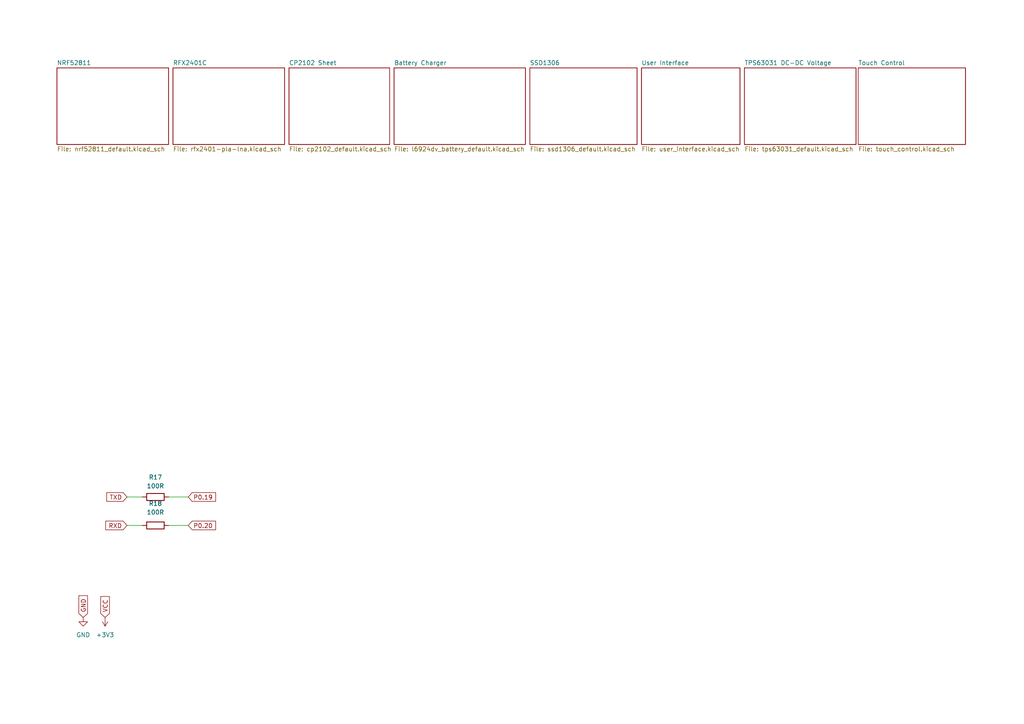
<source format=kicad_sch>
(kicad_sch (version 20211123) (generator eeschema)
  (paper "A4")
  (lib_symbols
    (symbol "Device:R" (pin_numbers hide) (pin_names (offset 0))
      (property "Reference" "R" (at 2.032 0 90))
      (property "Value" "R" (at 0 0 90))
      (symbol "R_0_1"
        (rectangle (start -1.016 -2.54) (end 1.016 2.54) (stroke (width 0.254)))
      )
      (symbol "R_1_1"
        (pin passive line (at 0 3.81 270) (length 1.27) (name "~") (number "1"))
        (pin passive line (at 0 -3.81 90) (length 1.27) (name "~") (number "2"))
      )
    )
    (symbol "power:+3.3V" (power) (pin_names (offset 0))
      (property "Value" "+3.3V" (at 0 3.556 0))
      (symbol "+3.3V_0_1"
        (polyline (pts (xy -0.762 1.27) (xy 0 2.54)))
        (polyline (pts (xy 0 0) (xy 0 2.54)))
        (polyline (pts (xy 0 2.54) (xy 0.762 1.27)))
      )
      (symbol "+3.3V_1_1"
        (pin power_in line (at 0 0 90) (length 0) hide (name "+3V3") (number "1"))
      )
    )
    (symbol "power:GND" (power) (pin_names (offset 0))
      (property "Value" "GND" (at 0 -3.81 0))
      (symbol "GND_0_1"
        (polyline (pts (xy 0 0) (xy 0 -1.27) (xy 1.27 -1.27) (xy 0 -2.54) (xy -1.27 -1.27) (xy 0 -1.27)))
      )
      (symbol "GND_1_1"
        (pin power_in line (at 0 0 270) (length 0) hide (name "GND") (number "1"))
      )
    )
  )
  (wire (pts (xy 36.83 152.4) (xy 41.275 152.4)))
  (wire (pts (xy 54.61 144.145) (xy 48.895 144.145)))
  (wire (pts (xy 54.61 152.4) (xy 48.895 152.4)))
  (wire (pts (xy 36.83 144.145) (xy 41.275 144.145)))
  (global_label "P0.20" (shape input) (at 54.61 152.4 0) (property "Intersheet References" "${INTERSHEET_REFS}" (effects hide)))
  (global_label "VCC" (shape input) (at 30.48 179.07 90) (property "Intersheet References" "${INTERSHEET_REFS}" (effects hide)))
  (global_label "TXD" (shape input) (at 36.83 144.145 180) (property "Intersheet References" "${INTERSHEET_REFS}" (effects hide)))
  (global_label "GND" (shape input) (at 24.13 179.07 90) (property "Intersheet References" "${INTERSHEET_REFS}" (effects hide)))
  (global_label "RXD" (shape input) (at 36.83 152.4 180) (property "Intersheet References" "${INTERSHEET_REFS}" (effects hide)))
  (global_label "P0.19" (shape input) (at 54.61 144.145 0) (property "Intersheet References" "${INTERSHEET_REFS}" (effects hide)))
  (symbol (lib_id "power:GND") (at 24.13 179.07 0) (unit 1)
    (property "Reference" "#PWR0102" (effects hide))
    (property "Value" "GND" (at 24.13 184.15 0))
  )
  (symbol (lib_id "Device:R") (at 45.085 152.4 90) (unit 1)
    (property "Reference" "R18" (at 45.085 146.05 90))
    (property "Value" "100R" (at 45.085 148.59 90))
    (property "Footprint" "Resistor_SMD:R_0603_1608Metric" (effects hide))
  )
  (symbol (lib_id "Device:R") (at 45.085 144.145 90) (unit 1)
    (property "Reference" "R17" (at 45.085 138.43 90))
    (property "Value" "100R" (at 45.085 140.97 90))
    (property "Footprint" "Resistor_SMD:R_0603_1608Metric" (effects hide))
  )
  (symbol (lib_id "power:+3.3V") (at 30.48 179.07 180) (unit 1)
    (property "Reference" "#PWR0101" (effects hide))
    (property "Value" "+3.3V" (at 30.48 184.15 0))
  )
  (sheet (at 248.92 19.685) (size 31.115 22.225) (stroke (width 0.1524))
    (property "Sheet name" "Touch Control" (at 248.92 18.9734 0) (effects (justify left bottom)))
    (property "Sheet file" "touch_control.kicad_sch" (at 248.92 42.4946 0) (effects (justify left top)))
  )
  (sheet (at 114.3 19.685) (size 38.1 22.225) (stroke (width 0.1524))
    (property "Sheet name" "Battery Charger" (at 114.3 18.9734 0) (effects (justify left bottom)))
    (property "Sheet file" "l6924dv_battery_default.kicad_sch" (at 114.3 42.4946 0) (effects (justify left top)))
  )
  (sheet (at 153.67 19.685) (size 31.115 22.225) (stroke (width 0.1524))
    (property "Sheet name" "SSD1306" (at 153.67 18.9734 0) (effects (justify left bottom)))
    (property "Sheet file" "ssd1306_default.kicad_sch" (at 153.67 42.4946 0) (effects (justify left top)))
  )
  (sheet (at 186.055 19.685) (size 28.575 22.225) (stroke (width 0.1524))
    (property "Sheet name" "User Interface" (at 186.055 18.9734 0) (effects (justify left bottom)))
    (property "Sheet file" "user_interface.kicad_sch" (at 186.055 42.4946 0) (effects (justify left top)))
  )
  (sheet (at 83.82 19.685) (size 29.21 22.225) (stroke (width 0.1524))
    (property "Sheet name" "CP2102 Sheet" (at 83.82 18.9734 0) (effects (justify left bottom)))
    (property "Sheet file" "cp2102_default.kicad_sch" (at 83.82 42.4946 0) (effects (justify left top)))
  )
  (sheet (at 16.51 19.685) (size 32.385 22.225) (stroke (width 0.1524))
    (property "Sheet name" "NRF52811" (at 16.51 18.9734 0) (effects (justify left bottom)))
    (property "Sheet file" "nrf52811_default.kicad_sch" (at 16.51 42.4946 0) (effects (justify left top)))
  )
  (sheet (at 215.9 19.685) (size 32.385 22.225) (stroke (width 0.1524))
    (property "Sheet name" "TPS63031 DC-DC Voltage" (at 215.9 18.9734 0) (effects (justify left bottom)))
    (property "Sheet file" "tps63031_default.kicad_sch" (at 215.9 42.4946 0) (effects (justify left top)))
  )
  (sheet (at 50.165 19.685) (size 32.385 22.225) (stroke (width 0.1524))
    (property "Sheet name" "RFX2401C" (at 50.165 18.9734 0) (effects (justify left bottom)))
    (property "Sheet file" "rfx2401-pla-lna.kicad_sch" (at 50.165 42.4946 0) (effects (justify left top)))
  )
)
</source>
